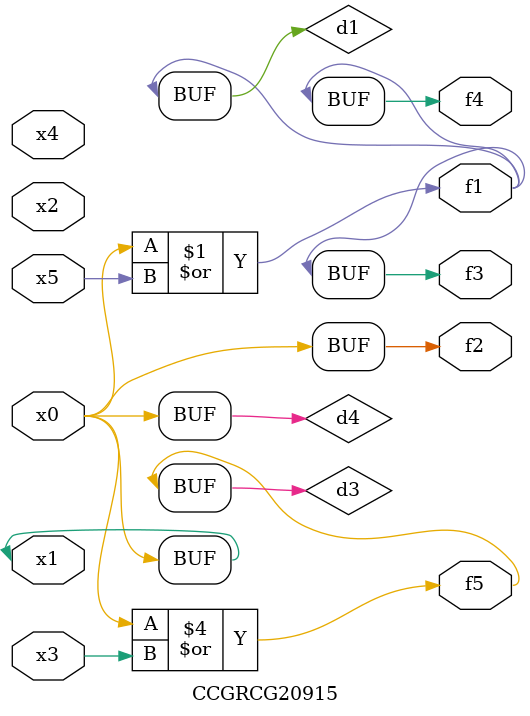
<source format=v>
module CCGRCG20915(
	input x0, x1, x2, x3, x4, x5,
	output f1, f2, f3, f4, f5
);

	wire d1, d2, d3, d4;

	or (d1, x0, x5);
	xnor (d2, x1, x4);
	or (d3, x0, x3);
	buf (d4, x0, x1);
	assign f1 = d1;
	assign f2 = d4;
	assign f3 = d1;
	assign f4 = d1;
	assign f5 = d3;
endmodule

</source>
